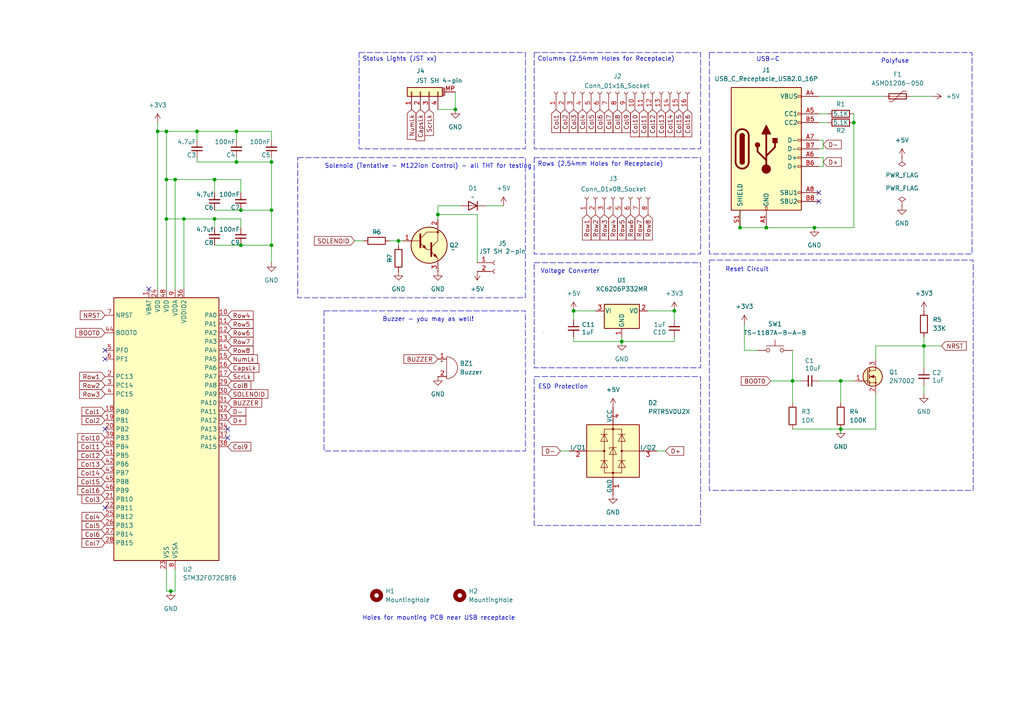
<source format=kicad_sch>
(kicad_sch (version 20231120) (generator "eeschema") (generator_version "8.0")
  (paper "A4")
  (lib_symbols
    (symbol "Connector:Conn_01x02_Socket" (pin_names (offset 1.016) hide)
      (property "Reference" "J" (at 0 2.54 0))
      (property "Value" "Conn_01x02_Socket" (at 0 -5.08 0))
      (symbol "Conn_01x02_Socket_1_1"
        (pin passive line (at -5.08 0 0) (length 3.81) (name "Pin_1") (number "1"))
        (pin passive line (at -5.08 -2.54 0) (length 3.81) (name "Pin_2") (number "2"))
      )
    )
    (symbol "Connector:Conn_01x08_Socket" (pin_names (offset 1.016) hide)
      (property "Reference" "J" (at 0 10.16 0))
      (property "Value" "Conn_01x08_Socket" (at 0 -12.7 0))
      (symbol "Conn_01x08_Socket_1_1"
        (pin passive line (at -5.08 7.62 0) (length 3.81) (name "Pin_1") (number "1"))
        (pin passive line (at -5.08 5.08 0) (length 3.81) (name "Pin_2") (number "2"))
        (pin passive line (at -5.08 2.54 0) (length 3.81) (name "Pin_3") (number "3"))
        (pin passive line (at -5.08 0 0) (length 3.81) (name "Pin_4") (number "4"))
        (pin passive line (at -5.08 -2.54 0) (length 3.81) (name "Pin_5") (number "5"))
        (pin passive line (at -5.08 -5.08 0) (length 3.81) (name "Pin_6") (number "6"))
        (pin passive line (at -5.08 -7.62 0) (length 3.81) (name "Pin_7") (number "7"))
        (pin passive line (at -5.08 -10.16 0) (length 3.81) (name "Pin_8") (number "8"))
      )
    )
    (symbol "Connector:Conn_01x16_Socket" (pin_names (offset 1.016) hide)
      (property "Reference" "J" (at 0 20.32 0))
      (property "Value" "Conn_01x16_Socket" (at 0 -22.86 0))
      (symbol "Conn_01x16_Socket_1_1"
        (pin passive line (at -5.08 17.78 0) (length 3.81) (name "Pin_1") (number "1"))
        (pin passive line (at -5.08 -5.08 0) (length 3.81) (name "Pin_10") (number "10"))
        (pin passive line (at -5.08 -7.62 0) (length 3.81) (name "Pin_11") (number "11"))
        (pin passive line (at -5.08 -10.16 0) (length 3.81) (name "Pin_12") (number "12"))
        (pin passive line (at -5.08 -12.7 0) (length 3.81) (name "Pin_13") (number "13"))
        (pin passive line (at -5.08 -15.24 0) (length 3.81) (name "Pin_14") (number "14"))
        (pin passive line (at -5.08 -17.78 0) (length 3.81) (name "Pin_15") (number "15"))
        (pin passive line (at -5.08 -20.32 0) (length 3.81) (name "Pin_16") (number "16"))
        (pin passive line (at -5.08 15.24 0) (length 3.81) (name "Pin_2") (number "2"))
        (pin passive line (at -5.08 12.7 0) (length 3.81) (name "Pin_3") (number "3"))
        (pin passive line (at -5.08 10.16 0) (length 3.81) (name "Pin_4") (number "4"))
        (pin passive line (at -5.08 7.62 0) (length 3.81) (name "Pin_5") (number "5"))
        (pin passive line (at -5.08 5.08 0) (length 3.81) (name "Pin_6") (number "6"))
        (pin passive line (at -5.08 2.54 0) (length 3.81) (name "Pin_7") (number "7"))
        (pin passive line (at -5.08 0 0) (length 3.81) (name "Pin_8") (number "8"))
        (pin passive line (at -5.08 -2.54 0) (length 3.81) (name "Pin_9") (number "9"))
      )
    )
    (symbol "Connector:USB_C_Receptacle_USB2.0_16P" (pin_names (offset 1.016))
      (property "Reference" "J" (at 0 22.225 0))
      (property "Value" "USB_C_Receptacle_USB2.0_16P" (at 0 19.685 0))
      (symbol "USB_C_Receptacle_USB2.0_16P_1_1"
        (pin passive line (at 0 -22.86 90) (length 5.08) (name "GND") (number "A1"))
        (pin passive line (at 0 -22.86 90) (length 5.08) hide (name "GND") (number "A12"))
        (pin passive line (at 15.24 15.24 180) (length 5.08) (name "VBUS") (number "A4"))
        (pin bidirectional line (at 15.24 10.16 180) (length 5.08) (name "CC1") (number "A5"))
        (pin bidirectional line (at 15.24 -2.54 180) (length 5.08) (name "D+") (number "A6"))
        (pin bidirectional line (at 15.24 2.54 180) (length 5.08) (name "D-") (number "A7"))
        (pin bidirectional line (at 15.24 -12.7 180) (length 5.08) (name "SBU1") (number "A8"))
        (pin passive line (at 15.24 15.24 180) (length 5.08) hide (name "VBUS") (number "A9"))
        (pin passive line (at 0 -22.86 90) (length 5.08) hide (name "GND") (number "B1"))
        (pin passive line (at 0 -22.86 90) (length 5.08) hide (name "GND") (number "B12"))
        (pin passive line (at 15.24 15.24 180) (length 5.08) hide (name "VBUS") (number "B4"))
        (pin bidirectional line (at 15.24 7.62 180) (length 5.08) (name "CC2") (number "B5"))
        (pin bidirectional line (at 15.24 -5.08 180) (length 5.08) (name "D+") (number "B6"))
        (pin bidirectional line (at 15.24 0 180) (length 5.08) (name "D-") (number "B7"))
        (pin bidirectional line (at 15.24 -15.24 180) (length 5.08) (name "SBU2") (number "B8"))
        (pin passive line (at 15.24 15.24 180) (length 5.08) hide (name "VBUS") (number "B9"))
        (pin passive line (at -7.62 -22.86 90) (length 5.08) (name "SHIELD") (number "S1"))
      )
    )
    (symbol "Connector_Generic_MountingPin:Conn_01x04_MountingPin" (pin_names (offset 1.016) hide)
      (property "Reference" "J" (at 0 5.08 0))
      (property "Value" "Conn_01x04_MountingPin" (at 1.27 -7.62 0))
      (symbol "Conn_01x04_MountingPin_1_1"
        (text "Mounting" (at 0 -6.731 0) (effects (font (size 0.381 0.381))))
        (pin passive line (at -5.08 2.54 0) (length 3.81) (name "Pin_1") (number "1"))
        (pin passive line (at -5.08 0 0) (length 3.81) (name "Pin_2") (number "2"))
        (pin passive line (at -5.08 -2.54 0) (length 3.81) (name "Pin_3") (number "3"))
        (pin passive line (at -5.08 -5.08 0) (length 3.81) (name "Pin_4") (number "4"))
        (pin passive line (at 0 -10.16 90) (length 3.048) (name "MountPin") (number "MP"))
      )
    )
    (symbol "Device:Buzzer" (pin_names (offset 0.0254) hide)
      (property "Reference" "BZ" (at 3.81 1.27 0))
      (property "Value" "Buzzer" (at 3.81 -1.27 0))
      (symbol "Buzzer_1_1"
        (pin passive line (at -2.54 2.54 0) (length 2.54) (name "+") (number "1"))
        (pin passive line (at -2.54 -2.54 0) (length 2.54) (name "-") (number "2"))
      )
    )
    (symbol "Device:C_Small" (pin_numbers hide) (pin_names (offset 0.254) hide)
      (property "Reference" "C" (at 0.254 1.778 0))
      (property "Value" "C_Small" (at 0.254 -2.032 0))
      (symbol "C_Small_1_1"
        (pin passive line (at 0 2.54 270) (length 2.032) (name "~") (number "1"))
        (pin passive line (at 0 -2.54 90) (length 2.032) (name "~") (number "2"))
      )
    )
    (symbol "Device:D" (pin_numbers hide) (pin_names (offset 1.016) hide)
      (property "Reference" "D" (at 0 2.54 0))
      (property "Value" "D" (at 0 -2.54 0))
      (symbol "D_1_1"
        (pin passive line (at -3.81 0 0) (length 2.54) (name "K") (number "1"))
        (pin passive line (at 3.81 0 180) (length 2.54) (name "A") (number "2"))
      )
    )
    (symbol "Device:Polyfuse" (pin_numbers hide) (pin_names (offset 0))
      (property "Reference" "F" (at -2.54 0 90))
      (property "Value" "Polyfuse" (at 2.54 0 90))
      (symbol "Polyfuse_1_1"
        (pin passive line (at 0 3.81 270) (length 1.27) (name "~") (number "1"))
        (pin passive line (at 0 -3.81 90) (length 1.27) (name "~") (number "2"))
      )
    )
    (symbol "Device:R" (pin_numbers hide) (pin_names (offset 0))
      (property "Reference" "R" (at 2.032 0 90))
      (property "Value" "R" (at 0 0 90))
      (symbol "R_1_1"
        (pin passive line (at 0 3.81 270) (length 1.27) (name "~") (number "1"))
        (pin passive line (at 0 -3.81 90) (length 1.27) (name "~") (number "2"))
      )
    )
    (symbol "MCU_ST_STM32F0:STM32F072CBTx"
      (property "Reference" "U" (at -15.24 39.37 0))
      (property "Value" "STM32F072CBTx" (at 7.62 39.37 0))
      (symbol "STM32F072CBTx_1_1"
        (pin power_in line (at -5.08 40.64 270) (length 2.54) (name "VBAT") (number "1"))
        (pin bidirectional line (at 17.78 33.02 180) (length 2.54) (name "PA0") (number "10"))
        (pin bidirectional line (at 17.78 30.48 180) (length 2.54) (name "PA1") (number "11"))
        (pin bidirectional line (at 17.78 27.94 180) (length 2.54) (name "PA2") (number "12"))
        (pin bidirectional line (at 17.78 25.4 180) (length 2.54) (name "PA3") (number "13"))
        (pin bidirectional line (at 17.78 22.86 180) (length 2.54) (name "PA4") (number "14"))
        (pin bidirectional line (at 17.78 20.32 180) (length 2.54) (name "PA5") (number "15"))
        (pin bidirectional line (at 17.78 17.78 180) (length 2.54) (name "PA6") (number "16"))
        (pin bidirectional line (at 17.78 15.24 180) (length 2.54) (name "PA7") (number "17"))
        (pin bidirectional line (at -17.78 5.08 0) (length 2.54) (name "PB0") (number "18"))
        (pin bidirectional line (at -17.78 2.54 0) (length 2.54) (name "PB1") (number "19"))
        (pin bidirectional line (at -17.78 15.24 0) (length 2.54) (name "PC13") (number "2"))
        (pin bidirectional line (at -17.78 0 0) (length 2.54) (name "PB2") (number "20"))
        (pin bidirectional line (at -17.78 -20.32 0) (length 2.54) (name "PB10") (number "21"))
        (pin bidirectional line (at -17.78 -22.86 0) (length 2.54) (name "PB11") (number "22"))
        (pin power_in line (at 0 -40.64 90) (length 2.54) (name "VSS") (number "23"))
        (pin power_in line (at -2.54 40.64 270) (length 2.54) (name "VDD") (number "24"))
        (pin bidirectional line (at -17.78 -25.4 0) (length 2.54) (name "PB12") (number "25"))
        (pin bidirectional line (at -17.78 -27.94 0) (length 2.54) (name "PB13") (number "26"))
        (pin bidirectional line (at -17.78 -30.48 0) (length 2.54) (name "PB14") (number "27"))
        (pin bidirectional line (at -17.78 -33.02 0) (length 2.54) (name "PB15") (number "28"))
        (pin bidirectional line (at 17.78 12.7 180) (length 2.54) (name "PA8") (number "29"))
        (pin bidirectional line (at -17.78 12.7 0) (length 2.54) (name "PC14") (number "3"))
        (pin bidirectional line (at 17.78 10.16 180) (length 2.54) (name "PA9") (number "30"))
        (pin bidirectional line (at 17.78 7.62 180) (length 2.54) (name "PA10") (number "31"))
        (pin bidirectional line (at 17.78 5.08 180) (length 2.54) (name "PA11") (number "32"))
        (pin bidirectional line (at 17.78 2.54 180) (length 2.54) (name "PA12") (number "33"))
        (pin bidirectional line (at 17.78 0 180) (length 2.54) (name "PA13") (number "34"))
        (pin passive line (at 0 -40.64 90) (length 2.54) hide (name "VSS") (number "35"))
        (pin power_in line (at 5.08 40.64 270) (length 2.54) (name "VDDIO2") (number "36"))
        (pin bidirectional line (at 17.78 -2.54 180) (length 2.54) (name "PA14") (number "37"))
        (pin bidirectional line (at 17.78 -5.08 180) (length 2.54) (name "PA15") (number "38"))
        (pin bidirectional line (at -17.78 -2.54 0) (length 2.54) (name "PB3") (number "39"))
        (pin bidirectional line (at -17.78 10.16 0) (length 2.54) (name "PC15") (number "4"))
        (pin bidirectional line (at -17.78 -5.08 0) (length 2.54) (name "PB4") (number "40"))
        (pin bidirectional line (at -17.78 -7.62 0) (length 2.54) (name "PB5") (number "41"))
        (pin bidirectional line (at -17.78 -10.16 0) (length 2.54) (name "PB6") (number "42"))
        (pin bidirectional line (at -17.78 -12.7 0) (length 2.54) (name "PB7") (number "43"))
        (pin input line (at -17.78 27.94 0) (length 2.54) (name "BOOT0") (number "44"))
        (pin bidirectional line (at -17.78 -15.24 0) (length 2.54) (name "PB8") (number "45"))
        (pin bidirectional line (at -17.78 -17.78 0) (length 2.54) (name "PB9") (number "46"))
        (pin passive line (at 0 -40.64 90) (length 2.54) hide (name "VSS") (number "47"))
        (pin power_in line (at 0 40.64 270) (length 2.54) (name "VDD") (number "48"))
        (pin bidirectional line (at -17.78 22.86 0) (length 2.54) (name "PF0") (number "5"))
        (pin bidirectional line (at -17.78 20.32 0) (length 2.54) (name "PF1") (number "6"))
        (pin input line (at -17.78 33.02 0) (length 2.54) (name "NRST") (number "7"))
        (pin power_in line (at 2.54 -40.64 90) (length 2.54) (name "VSSA") (number "8"))
        (pin power_in line (at 2.54 40.64 270) (length 2.54) (name "VDDA") (number "9"))
      )
    )
    (symbol "Mechanical:MountingHole" (pin_names (offset 1.016)) (exclude_from_sim yes) (in_bom no)
      (property "Reference" "H" (at 0 5.08 0))
      (property "Value" "MountingHole" (at 0 3.175 0))
    )
    (symbol "PCM_Transistor_BJT_Darlington_AKL:TIP120" (pin_names hide)
      (property "Reference" "Q" (at 6.35 1.27 0))
      (property "Value" "TIP120" (at 6.35 -1.27 0))
      (symbol "TIP120_1_1"
        (pin input line (at -7.62 1.27 0) (length 2.54) (name "B") (number "1"))
        (pin passive line (at 2.54 7.62 270) (length 2.54) (name "C") (number "2"))
        (pin passive line (at 2.54 -7.62 90) (length 2.54) (name "E") (number "3"))
      )
    )
    (symbol "PCM_Transistor_MOSFET_AKL:2N7002" (pin_names hide)
      (property "Reference" "Q" (at 5.08 1.27 0))
      (property "Value" "2N7002" (at 5.08 -1.27 0))
      (symbol "2N7002_1_1"
        (pin input line (at -3.81 -1.27 0) (length 2.54) (name "G") (number "1"))
        (pin passive line (at 2.54 -5.08 90) (length 2.54) (name "S") (number "2"))
        (pin passive line (at 2.54 5.08 270) (length 2.54) (name "D") (number "3"))
      )
    )
    (symbol "Power_Protection:PRTR5V0U2X" (pin_names (offset 0))
      (property "Reference" "D" (at 2.794 8.636 0))
      (property "Value" "PRTR5V0U2X" (at 8.128 -9.398 0))
      (symbol "PRTR5V0U2X_1_1"
        (pin passive line (at 0 -12.7 90) (length 5.08) (name "GND") (number "1"))
        (pin passive line (at -12.7 0 0) (length 5.08) (name "I/O1") (number "2"))
        (pin passive line (at 12.7 0 180) (length 5.08) (name "I/O2") (number "3"))
        (pin passive line (at 0 12.7 270) (length 5.08) (name "VCC") (number "4"))
      )
    )
    (symbol "Regulator_Linear:XC6206PxxxMR" (pin_names (offset 0.254))
      (property "Reference" "U" (at -3.81 3.175 0))
      (property "Value" "XC6206PxxxMR" (at 0 3.175 0))
      (symbol "XC6206PxxxMR_1_1"
        (pin power_in line (at 0 -7.62 90) (length 2.54) (name "GND") (number "1"))
        (pin power_out line (at 7.62 0 180) (length 2.54) (name "VO") (number "2"))
        (pin power_in line (at -7.62 0 0) (length 2.54) (name "VI") (number "3"))
      )
    )
    (symbol "ScottoKeebs:Placeholder_Resistor" (pin_numbers hide) (pin_names (offset 0))
      (property "Reference" "R" (at 0 2.032 0))
      (property "Value" "Resistor" (at 0 -2.54 0))
      (symbol "Placeholder_Resistor_1_1"
        (pin passive line (at -3.81 0 0) (length 1.27) (name "~") (number "1"))
        (pin passive line (at 3.81 0 180) (length 1.27) (name "~") (number "2"))
      )
    )
    (symbol "Switch:SW_Push" (pin_numbers hide) (pin_names (offset 1.016) hide)
      (property "Reference" "SW" (at 1.27 2.54 0))
      (property "Value" "SW_Push" (at 0 -1.524 0))
      (symbol "SW_Push_0_1"
        (pin passive line (at -5.08 0 0) (length 2.54) (name "1") (number "1"))
        (pin passive line (at 5.08 0 180) (length 2.54) (name "2") (number "2"))
      )
    )
    (symbol "power:+3V3" (power) (pin_numbers hide) (pin_names (offset 0) hide)
      (property "Value" "+3V3" (at 0 3.556 0))
      (symbol "+3V3_1_1"
        (pin power_in line (at 0 0 90) (length 0) (name "~") (number "1"))
      )
    )
    (symbol "power:+5V" (power) (pin_numbers hide) (pin_names (offset 0) hide)
      (property "Value" "+5V" (at 0 3.556 0))
      (symbol "+5V_1_1"
        (pin power_in line (at 0 0 90) (length 0) (name "~") (number "1"))
      )
    )
    (symbol "power:GND" (power) (pin_numbers hide) (pin_names (offset 0) hide)
      (property "Value" "GND" (at 0 -3.81 0))
      (symbol "GND_1_1"
        (pin power_in line (at 0 0 270) (length 0) (name "~") (number "1"))
      )
    )
    (symbol "power:PWR_FLAG" (power) (pin_numbers hide) (pin_names (offset 0) hide)
      (property "Value" "PWR_FLAG" (at 0 3.81 0))
      (symbol "PWR_FLAG_0_0"
        (pin power_out line (at 0 0 90) (length 0) (name "~") (number "1"))
      )
    )
  )
  (junction (at 229.87 110.49))
  (junction (at 127 62.23))
  (junction (at 69.85 60.96))
  (junction (at 48.26 63.5))
  (junction (at 78.74 60.96))
  (junction (at 49.53 171.45))
  (junction (at 236.22 66.04))
  (junction (at 62.23 52.07))
  (junction (at 68.58 46.99))
  (junction (at 48.26 38.1))
  (junction (at 69.85 71.12))
  (junction (at 45.72 38.1))
  (junction (at 222.25 66.04))
  (junction (at 180.34 99.06))
  (junction (at 78.74 71.12))
  (junction (at 243.84 124.46))
  (junction (at 195.58 90.17))
  (junction (at 247.65 35.56))
  (junction (at 78.74 46.99))
  (junction (at 53.34 63.5))
  (junction (at 267.97 100.33))
  (junction (at 68.58 38.1))
  (junction (at 115.57 69.85))
  (junction (at 166.37 90.17))
  (junction (at 50.8 52.07))
  (junction (at 214.63 66.04))
  (junction (at 243.84 110.49))
  (junction (at 62.23 63.5))
  (junction (at 48.26 52.07))
  (junction (at 132.08 31.75))
  (junction (at 57.15 38.1))
  (no_connect (at 30.48 104.14))
  (no_connect (at 30.48 147.32))
  (no_connect (at 30.48 101.6))
  (no_connect (at 43.18 83.82))
  (no_connect (at 237.49 55.88))
  (no_connect (at 66.04 127))
  (no_connect (at 66.04 124.46))
  (no_connect (at 30.48 124.46))
  (no_connect (at 237.49 58.42))
  (wire (pts (xy 62.23 55.88) (xy 62.23 52.07)))
  (wire (pts (xy 102.87 69.85) (xy 105.41 69.85)))
  (wire (pts (xy 69.85 55.88) (xy 69.85 52.07)))
  (wire (pts (xy 48.26 165.1) (xy 48.26 171.45)))
  (wire (pts (xy 53.34 63.5) (xy 53.34 83.82)))
  (wire (pts (xy 190.5 130.81) (xy 193.04 130.81)))
  (wire (pts (xy 254 100.33) (xy 267.97 100.33)))
  (wire (pts (xy 57.15 45.72) (xy 57.15 46.99)))
  (wire (pts (xy 62.23 71.12) (xy 69.85 71.12)))
  (wire (pts (xy 50.8 165.1) (xy 50.8 171.45)))
  (wire (pts (xy 237.49 35.56) (xy 240.03 35.56)))
  (wire (pts (xy 53.34 63.5) (xy 62.23 63.5)))
  (wire (pts (xy 45.72 35.56) (xy 45.72 38.1)))
  (wire (pts (xy 62.23 52.07) (xy 69.85 52.07)))
  (wire (pts (xy 229.87 124.46) (xy 243.84 124.46)))
  (wire (pts (xy 57.15 46.99) (xy 68.58 46.99)))
  (wire (pts (xy 127 62.23) (xy 138.43 62.23)))
  (wire (pts (xy 180.34 97.79) (xy 180.34 99.06)))
  (wire (pts (xy 215.9 101.6) (xy 219.71 101.6)))
  (wire (pts (xy 267.97 100.33) (xy 267.97 106.68)))
  (wire (pts (xy 62.23 60.96) (xy 69.85 60.96)))
  (wire (pts (xy 247.65 35.56) (xy 247.65 66.04)))
  (wire (pts (xy 78.74 38.1) (xy 78.74 40.64)))
  (wire (pts (xy 115.57 69.85) (xy 116.84 69.85)))
  (wire (pts (xy 166.37 90.17) (xy 166.37 92.71)))
  (wire (pts (xy 50.8 52.07) (xy 50.8 83.82)))
  (wire (pts (xy 237.49 48.26) (xy 238.76 48.26)))
  (wire (pts (xy 243.84 125.73) (xy 243.84 124.46)))
  (wire (pts (xy 237.49 40.64) (xy 238.76 40.64)))
  (wire (pts (xy 195.58 90.17) (xy 195.58 92.71)))
  (wire (pts (xy 68.58 46.99) (xy 78.74 46.99)))
  (wire (pts (xy 238.76 43.18) (xy 237.49 43.18)))
  (wire (pts (xy 229.87 110.49) (xy 229.87 116.84)))
  (wire (pts (xy 48.26 52.07) (xy 50.8 52.07)))
  (wire (pts (xy 223.52 110.49) (xy 229.87 110.49)))
  (wire (pts (xy 243.84 110.49) (xy 243.84 116.84)))
  (wire (pts (xy 48.26 63.5) (xy 48.26 83.82)))
  (wire (pts (xy 166.37 97.79) (xy 166.37 99.06)))
  (wire (pts (xy 68.58 38.1) (xy 78.74 38.1)))
  (wire (pts (xy 238.76 45.72) (xy 238.76 48.26)))
  (wire (pts (xy 237.49 45.72) (xy 238.76 45.72)))
  (wire (pts (xy 127 59.69) (xy 133.35 59.69)))
  (wire (pts (xy 180.34 99.06) (xy 180.34 100.33)))
  (wire (pts (xy 237.49 33.02) (xy 240.03 33.02)))
  (wire (pts (xy 68.58 38.1) (xy 68.58 40.64)))
  (wire (pts (xy 187.96 90.17) (xy 195.58 90.17)))
  (wire (pts (xy 247.65 33.02) (xy 247.65 35.56)))
  (wire (pts (xy 267.97 97.79) (xy 267.97 100.33)))
  (wire (pts (xy 166.37 99.06) (xy 180.34 99.06)))
  (wire (pts (xy 78.74 60.96) (xy 78.74 71.12)))
  (wire (pts (xy 78.74 76.2) (xy 78.74 71.12)))
  (wire (pts (xy 222.25 60.96) (xy 222.25 66.04)))
  (wire (pts (xy 57.15 38.1) (xy 68.58 38.1)))
  (wire (pts (xy 50.8 52.07) (xy 62.23 52.07)))
  (wire (pts (xy 48.26 52.07) (xy 48.26 63.5)))
  (wire (pts (xy 62.23 63.5) (xy 69.85 63.5)))
  (wire (pts (xy 53.34 63.5) (xy 48.26 63.5)))
  (wire (pts (xy 264.16 27.94) (xy 270.51 27.94)))
  (wire (pts (xy 45.72 38.1) (xy 45.72 83.82)))
  (wire (pts (xy 138.43 62.23) (xy 138.43 76.2)))
  (wire (pts (xy 236.22 66.04) (xy 222.25 66.04)))
  (wire (pts (xy 237.49 27.94) (xy 256.54 27.94)))
  (wire (pts (xy 243.84 110.49) (xy 247.65 110.49)))
  (wire (pts (xy 267.97 100.33) (xy 273.05 100.33)))
  (wire (pts (xy 132.08 31.75) (xy 127 31.75)))
  (wire (pts (xy 132.08 31.75) (xy 132.08 26.67)))
  (wire (pts (xy 48.26 38.1) (xy 48.26 52.07)))
  (wire (pts (xy 229.87 101.6) (xy 229.87 110.49)))
  (wire (pts (xy 69.85 63.5) (xy 69.85 66.04)))
  (wire (pts (xy 78.74 60.96) (xy 78.74 46.99)))
  (wire (pts (xy 115.57 71.12) (xy 115.57 69.85)))
  (wire (pts (xy 229.87 110.49) (xy 232.41 110.49)))
  (wire (pts (xy 78.74 45.72) (xy 78.74 46.99)))
  (wire (pts (xy 62.23 63.5) (xy 62.23 66.04)))
  (wire (pts (xy 127 62.23) (xy 127 59.69)))
  (wire (pts (xy 243.84 124.46) (xy 254 124.46)))
  (wire (pts (xy 195.58 99.06) (xy 195.58 97.79)))
  (wire (pts (xy 254 104.14) (xy 254 100.33)))
  (wire (pts (xy 238.76 40.64) (xy 238.76 43.18)))
  (wire (pts (xy 254 124.46) (xy 254 114.3)))
  (wire (pts (xy 166.37 90.17) (xy 172.72 90.17)))
  (wire (pts (xy 267.97 111.76) (xy 267.97 114.3)))
  (wire (pts (xy 214.63 66.04) (xy 222.25 66.04)))
  (wire (pts (xy 237.49 110.49) (xy 243.84 110.49)))
  (wire (pts (xy 236.22 66.04) (xy 247.65 66.04)))
  (wire (pts (xy 49.53 171.45) (xy 50.8 171.45)))
  (wire (pts (xy 68.58 45.72) (xy 68.58 46.99)))
  (wire (pts (xy 140.97 59.69) (xy 146.05 59.69)))
  (wire (pts (xy 69.85 71.12) (xy 78.74 71.12)))
  (wire (pts (xy 69.85 60.96) (xy 78.74 60.96)))
  (wire (pts (xy 127 63.5) (xy 127 62.23)))
  (wire (pts (xy 113.03 69.85) (xy 115.57 69.85)))
  (wire (pts (xy 162.56 130.81) (xy 165.1 130.81)))
  (wire (pts (xy 214.63 60.96) (xy 214.63 66.04)))
  (wire (pts (xy 215.9 93.98) (xy 215.9 101.6)))
  (wire (pts (xy 45.72 38.1) (xy 48.26 38.1)))
  (wire (pts (xy 48.26 171.45) (xy 49.53 171.45)))
  (wire (pts (xy 57.15 38.1) (xy 57.15 40.64)))
  (wire (pts (xy 180.34 99.06) (xy 195.58 99.06)))
  (wire (pts (xy 48.26 38.1) (xy 57.15 38.1)))
  (rectangle (start 154.94 109.22) (end 203.2 152.4) (stroke (width 0) (type dash)))
  (rectangle (start 157.48 96.52) (end 157.48 96.52) (stroke (width 0) (type dot)))
  (rectangle (start 86.36 45.72) (end 152.4 86.36) (stroke (width 0) (type dash)))
  (rectangle (start 205.74 15.24) (end 281.94 73.66) (stroke (width 0) (type dash)))
  (rectangle (start 205.74 75.438) (end 282.2664 142.24) (stroke (width 0) (type dash)))
  (rectangle (start 154.94 76.2) (end 203.2 106.68) (stroke (width 0) (type dash)))
  (rectangle (start 93.98 90.17) (end 152.4 130.81) (stroke (width 0) (type dash)))
  (text_box "Columns (2.54mm Holes for Receptacle)\n" (at 154.94 15.24 0) (size 48.26 27.94) (stroke (width 0) (type dash)) (effects (font (size 1.27 1.27)) (justify left top)))
  (text_box "Status Lights (JST xx)" (at 104.14 15.24 0) (size 48.26 27.94) (stroke (width 0) (type dash)) (effects (font (size 1.27 1.27)) (justify left top)))
  (text_box "Rows (2.54mm Holes for Receptacle)" (at 154.94 45.72 0) (size 48.26 27.94) (stroke (width 0) (type dash)) (effects (font (size 1.27 1.27)) (justify left top)))
  (text "Holes for mounting PCB near USB receptacle" (at 127.254 179.324 0) (effects (font (size 1.27 1.27))))
  (text "Polyfuse\n" (at 259.588 17.78 0) (effects (font (size 1.27 1.27))))
  (text "Voltage Converter\n\n" (at 165.354 79.756 0) (effects (font (size 1.27 1.27))))
  (text "ESD Protection\n" (at 163.322 112.268 0) (effects (font (size 1.27 1.27))))
  (text "Reset Circuit" (at 216.662 78.232 0) (effects (font (size 1.27 1.27))))
  (text "Solenoid (Tentative - M122ion Control) - all THT for testing" (at 124.206 48.26 0) (effects (font (size 1.27 1.27))))
  (text "USB-C" (at 222.758 17.272 0) (effects (font (size 1.27 1.27))))
  (text "Buzzer - you may as well!" (at 124.206 92.71 0) (effects (font (size 1.27 1.27))))
  (global_label "Col2" (shape input) (at 163.83 31.75 270) (property "Intersheetrefs" "${INTERSHEET_REFS}" (effects (hide yes))))
  (global_label "NumLk" (shape input) (at 66.04 104.14 0) (property "Intersheetrefs" "${INTERSHEET_REFS}" (effects (hide yes))))
  (global_label "CapsLk" (shape input) (at 66.04 106.68 0) (property "Intersheetrefs" "${INTERSHEET_REFS}" (effects (hide yes))))
  (global_label "NRST" (shape input) (at 273.05 100.33 0) (property "Intersheetrefs" "${INTERSHEET_REFS}" (effects (hide yes))))
  (global_label "Col2" (shape input) (at 30.48 121.92 180) (property "Intersheetrefs" "${INTERSHEET_REFS}" (effects (hide yes))))
  (global_label "Col3" (shape input) (at 30.48 144.78 180) (property "Intersheetrefs" "${INTERSHEET_REFS}" (effects (hide yes))))
  (global_label "Col8" (shape input) (at 66.04 111.76 0) (property "Intersheetrefs" "${INTERSHEET_REFS}" (effects (hide yes))))
  (global_label "Col5" (shape input) (at 171.45 31.75 270) (property "Intersheetrefs" "${INTERSHEET_REFS}" (effects (hide yes))))
  (global_label "BUZZER" (shape input) (at 66.04 116.84 0) (property "Intersheetrefs" "${INTERSHEET_REFS}" (effects (hide yes))))
  (global_label "Row8" (shape input) (at 187.96 62.23 270) (property "Intersheetrefs" "${INTERSHEET_REFS}" (effects (hide yes))))
  (global_label "Row6" (shape input) (at 66.04 96.52 0) (property "Intersheetrefs" "${INTERSHEET_REFS}" (effects (hide yes))))
  (global_label "Row7" (shape input) (at 185.42 62.23 270) (property "Intersheetrefs" "${INTERSHEET_REFS}" (effects (hide yes))))
  (global_label "D+" (shape input) (at 66.04 121.92 0) (property "Intersheetrefs" "${INTERSHEET_REFS}" (effects (hide yes))))
  (global_label "Col5" (shape input) (at 30.48 152.4 180) (property "Intersheetrefs" "${INTERSHEET_REFS}" (effects (hide yes))))
  (global_label "Col3" (shape input) (at 166.37 31.75 270) (property "Intersheetrefs" "${INTERSHEET_REFS}" (effects (hide yes))))
  (global_label "Col12" (shape input) (at 30.48 132.08 180) (property "Intersheetrefs" "${INTERSHEET_REFS}" (effects (hide yes))))
  (global_label "CapsLk" (shape input) (at 121.92 31.75 270) (property "Intersheetrefs" "${INTERSHEET_REFS}" (effects (hide yes))))
  (global_label "Col10" (shape input) (at 184.15 31.75 270) (property "Intersheetrefs" "${INTERSHEET_REFS}" (effects (hide yes))))
  (global_label "SOLENOID" (shape input) (at 102.87 69.85 180) (property "Intersheetrefs" "${INTERSHEET_REFS}" (effects (hide yes))))
  (global_label "BOOT0" (shape input) (at 30.48 96.52 180) (property "Intersheetrefs" "${INTERSHEET_REFS}" (effects (hide yes))))
  (global_label "Row2" (shape input) (at 172.72 62.23 270) (property "Intersheetrefs" "${INTERSHEET_REFS}" (effects (hide yes))))
  (global_label "Row5" (shape input) (at 66.04 93.98 0) (property "Intersheetrefs" "${INTERSHEET_REFS}" (effects (hide yes))))
  (global_label "Col11" (shape input) (at 186.69 31.75 270) (property "Intersheetrefs" "${INTERSHEET_REFS}" (effects (hide yes))))
  (global_label "Col1" (shape input) (at 161.29 31.75 270) (property "Intersheetrefs" "${INTERSHEET_REFS}" (effects (hide yes))))
  (global_label "Row3" (shape input) (at 30.48 114.3 180) (property "Intersheetrefs" "${INTERSHEET_REFS}" (effects (hide yes))))
  (global_label "Row2" (shape input) (at 30.48 111.76 180) (property "Intersheetrefs" "${INTERSHEET_REFS}" (effects (hide yes))))
  (global_label "ScrLk" (shape input) (at 124.46 31.75 270) (property "Intersheetrefs" "${INTERSHEET_REFS}" (effects (hide yes))))
  (global_label "D+" (shape input) (at 193.04 130.81 0) (property "Intersheetrefs" "${INTERSHEET_REFS}" (effects (hide yes))))
  (global_label "Col9" (shape input) (at 181.61 31.75 270) (property "Intersheetrefs" "${INTERSHEET_REFS}" (effects (hide yes))))
  (global_label "Col10" (shape input) (at 30.48 127 180) (property "Intersheetrefs" "${INTERSHEET_REFS}" (effects (hide yes))))
  (global_label "Col15" (shape input) (at 196.85 31.75 270) (property "Intersheetrefs" "${INTERSHEET_REFS}" (effects (hide yes))))
  (global_label "Col13" (shape input) (at 30.48 134.62 180) (property "Intersheetrefs" "${INTERSHEET_REFS}" (effects (hide yes))))
  (global_label "Col7" (shape input) (at 30.48 157.48 180) (property "Intersheetrefs" "${INTERSHEET_REFS}" (effects (hide yes))))
  (global_label "Col12" (shape input) (at 189.23 31.75 270) (property "Intersheetrefs" "${INTERSHEET_REFS}" (effects (hide yes))))
  (global_label "BOOT0" (shape input) (at 223.52 110.49 180) (property "Intersheetrefs" "${INTERSHEET_REFS}" (effects (hide yes))))
  (global_label "D-" (shape input) (at 162.56 130.81 180) (property "Intersheetrefs" "${INTERSHEET_REFS}" (effects (hide yes))))
  (global_label "D-" (shape input) (at 238.76 41.91 0) (property "Intersheetrefs" "${INTERSHEET_REFS}" (effects (hide yes))))
  (global_label "Col7" (shape input) (at 176.53 31.75 270) (property "Intersheetrefs" "${INTERSHEET_REFS}" (effects (hide yes))))
  (global_label "Col9" (shape input) (at 66.04 129.54 0) (property "Intersheetrefs" "${INTERSHEET_REFS}" (effects (hide yes))))
  (global_label "Col6" (shape input) (at 173.99 31.75 270) (property "Intersheetrefs" "${INTERSHEET_REFS}" (effects (hide yes))))
  (global_label "Col14" (shape input) (at 194.31 31.75 270) (property "Intersheetrefs" "${INTERSHEET_REFS}" (effects (hide yes))))
  (global_label "Col16" (shape input) (at 30.48 142.24 180) (property "Intersheetrefs" "${INTERSHEET_REFS}" (effects (hide yes))))
  (global_label "Col16" (shape input) (at 199.39 31.75 270) (property "Intersheetrefs" "${INTERSHEET_REFS}" (effects (hide yes))))
  (global_label "Row5" (shape input) (at 180.34 62.23 270) (property "Intersheetrefs" "${INTERSHEET_REFS}" (effects (hide yes))))
  (global_label "Row6" (shape input) (at 182.88 62.23 270) (property "Intersheetrefs" "${INTERSHEET_REFS}" (effects (hide yes))))
  (global_label "Col11" (shape input) (at 30.48 129.54 180) (property "Intersheetrefs" "${INTERSHEET_REFS}" (effects (hide yes))))
  (global_label "Row4" (shape input) (at 177.8 62.23 270) (property "Intersheetrefs" "${INTERSHEET_REFS}" (effects (hide yes))))
  (global_label "D-" (shape input) (at 66.04 119.38 0) (property "Intersheetrefs" "${INTERSHEET_REFS}" (effects (hide yes))))
  (global_label "Col14" (shape input) (at 30.48 137.16 180) (property "Intersheetrefs" "${INTERSHEET_REFS}" (effects (hide yes))))
  (global_label "Col4" (shape input) (at 168.91 31.75 270) (property "Intersheetrefs" "${INTERSHEET_REFS}" (effects (hide yes))))
  (global_label "Row7" (shape input) (at 66.04 99.06 0) (property "Intersheetrefs" "${INTERSHEET_REFS}" (effects (hide yes))))
  (global_label "Col8" (shape input) (at 179.07 31.75 270) (property "Intersheetrefs" "${INTERSHEET_REFS}" (effects (hide yes))))
  (global_label "Col6" (shape input) (at 30.48 154.94 180) (property "Intersheetrefs" "${INTERSHEET_REFS}" (effects (hide yes))))
  (global_label "Col1" (shape input) (at 30.48 119.38 180) (property "Intersheetrefs" "${INTERSHEET_REFS}" (effects (hide yes))))
  (global_label "NumLk" (shape input) (at 119.38 31.75 270) (property "Intersheetrefs" "${INTERSHEET_REFS}" (effects (hide yes))))
  (global_label "Col4" (shape input) (at 30.48 149.86 180) (property "Intersheetrefs" "${INTERSHEET_REFS}" (effects (hide yes))))
  (global_label "ScrLk" (shape input) (at 66.04 109.22 0) (property "Intersheetrefs" "${INTERSHEET_REFS}" (effects (hide yes))))
  (global_label "SOLENOID" (shape input) (at 66.04 114.3 0) (property "Intersheetrefs" "${INTERSHEET_REFS}" (effects (hide yes))))
  (global_label "BUZZER" (shape input) (at 127 104.14 180) (property "Intersheetrefs" "${INTERSHEET_REFS}" (effects (hide yes))))
  (global_label "Row1" (shape input) (at 170.18 62.23 270) (property "Intersheetrefs" "${INTERSHEET_REFS}" (effects (hide yes))))
  (global_label "D+" (shape input) (at 238.76 46.99 0) (property "Intersheetrefs" "${INTERSHEET_REFS}" (effects (hide yes))))
  (global_label "Row4" (shape input) (at 66.04 91.44 0) (property "Intersheetrefs" "${INTERSHEET_REFS}" (effects (hide yes))))
  (global_label "NRST" (shape input) (at 30.48 91.44 180) (property "Intersheetrefs" "${INTERSHEET_REFS}" (effects (hide yes))))
  (global_label "Row3" (shape input) (at 175.26 62.23 270) (property "Intersheetrefs" "${INTERSHEET_REFS}" (effects (hide yes))))
  (global_label "Col13" (shape input) (at 191.77 31.75 270) (property "Intersheetrefs" "${INTERSHEET_REFS}" (effects (hide yes))))
  (global_label "Col15" (shape input) (at 30.48 139.7 180) (property "Intersheetrefs" "${INTERSHEET_REFS}" (effects (hide yes))))
  (global_label "Row1" (shape input) (at 30.48 109.22 180) (property "Intersheetrefs" "${INTERSHEET_REFS}" (effects (hide yes))))
  (global_label "Row8" (shape input) (at 66.04 101.6 0) (property "Intersheetrefs" "${INTERSHEET_REFS}" (effects (hide yes))))
  (symbol (lib_id "Device:C_Small") (at 62.23 58.42 180) (unit 1)
    (property "Reference" "C6" (at 61.976 60.198 0) (effects (justify left)))
    (property "Value" "4.7uf" (at 61.976 56.388 0) (effects (justify left)))
    (property "Footprint" "Capacitor_SMD:C_0402_1005Metric" (effects (hide yes)))
  )
  (symbol (lib_id "power:+3V3") (at 45.72 35.56 0) (unit 1)
    (property "Reference" "#PWR015" (effects (hide yes)))
    (property "Value" "+3V3" (at 45.72 30.48 0))
    (property "Description" "Power symbol creates a global label with name \"+3V3\"" (effects (hide yes)))
  )
  (symbol (lib_id "power:GND") (at 180.34 99.06 0) (unit 1)
    (property "Reference" "#PWR05" (effects (hide yes)))
    (property "Value" "GND" (at 180.34 104.14 0))
    (property "Description" "Power symbol creates a global label with name \"GND\" , ground" (effects (hide yes)))
  )
  (symbol (lib_id "power:GND") (at 49.53 171.45 0) (unit 1)
    (property "Reference" "#PWR07" (effects (hide yes)))
    (property "Value" "GND" (at 49.53 176.53 0))
    (property "Description" "Power symbol creates a global label with name \"GND\" , ground" (effects (hide yes)))
  )
  (symbol (lib_id "Connector_Generic_MountingPin:Conn_01x04_MountingPin") (at 121.92 26.67 90) (unit 1)
    (property "Reference" "J4" (at 123.19 20.574 90) (effects (justify left)))
    (property "Value" "JST SH 4-pin" (at 134.112 23.368 90) (effects (justify left)))
    (property "Footprint" "Connector_JST:JST_SH_BM04B-SRSS-TB_1x04-1MP_P1.00mm_Vertical" (effects (hide yes)))
    (property "Description" "Generic connectable mounting pin connector, single row, 01x04, script generated (kicad-library-utils/schlib/autogen/connector/)" (effects (hide yes)))
  )
  (symbol (lib_id "power:PWR_FLAG") (at 261.62 45.72 180) (unit 1)
    (property "Reference" "#FLG01" (effects (hide yes)))
    (property "Value" "PWR_FLAG" (at 261.62 50.8 0))
    (property "Description" "Special symbol for telling ERC where power comes from" (effects (hide yes)))
  )
  (symbol (lib_id "Connector:USB_C_Receptacle_USB2.0_16P") (at 222.25 43.18 0) (unit 1)
    (property "Reference" "J1" (at 222.25 20.32 0))
    (property "Value" "USB_C_Receptacle_USB2.0_16P" (at 222.25 22.86 0))
    (property "Footprint" "PCM_marbastlib-various:USB_C_Receptacle_HRO_TYPE-C-31-M-12" (effects (hide yes)))
    (property "Datasheet" "https://www.usb.org/sites/default/files/documents/usb_type-c.zip" (effects (hide yes)))
    (property "Description" "USB 2.0-only 16P Type-C Receptacle connector" (effects (hide yes)))
  )
  (symbol (lib_id "Connector:Conn_01x08_Socket") (at 177.8 57.15 90) (unit 1)
    (property "Reference" "J3" (at 179.07 51.816 90) (effects (justify left)))
    (property "Value" "Conn_01x08_Socket" (at 187.452 54.864 90) (effects (justify left)))
    (property "Footprint" "Connector_PinHeader_2.54mm:PinHeader_1x08_P2.54mm_Vertical" (effects (hide yes)))
    (property "Description" "Generic connector, single row, 01x08, script generated" (effects (hide yes)))
  )
  (symbol (lib_id "power:GND") (at 78.74 76.2 0) (unit 1)
    (property "Reference" "#PWR08" (effects (hide yes)))
    (property "Value" "GND" (at 78.74 81.28 0))
    (property "Description" "Power symbol creates a global label with name \"GND\" , ground" (effects (hide yes)))
  )
  (symbol (lib_id "power:GND") (at 243.84 124.46 0) (unit 1)
    (property "Reference" "#PWR03" (effects (hide yes)))
    (property "Value" "GND" (at 243.84 129.54 0))
    (property "Description" "Power symbol creates a global label with name \"GND\" , ground" (effects (hide yes)))
  )
  (symbol (lib_id "Connector:Conn_01x02_Socket") (at 143.51 76.2 0) (unit 1)
    (property "Reference" "J5" (at 144.526 70.612 0) (effects (justify left)))
    (property "Value" "JST SH 2-pin" (at 138.938 72.898 0) (effects (justify left)))
    (property "Footprint" "Connector_JST:JST_SH_BM02B-SRSS-TB_1x02-1MP_P1.00mm_Vertical" (effects (hide yes)))
    (property "Description" "Generic connector, single row, 01x02, script generated" (effects (hide yes)))
  )
  (symbol (lib_id "MCU_ST_STM32F0:STM32F072CBTx") (at 48.26 124.46 0) (unit 1)
    (property "Reference" "U2" (at 52.9941 165.1 0) (effects (justify left)))
    (property "Value" "STM32F072CBT6" (at 52.9941 167.64 0) (effects (justify left)))
    (property "Footprint" "Package_QFP:LQFP-48_7x7mm_P0.5mm" (effects (hide yes)))
    (property "Datasheet" "https://www.st.com/resource/en/datasheet/stm32f072cb.pdf" (effects (hide yes)))
    (property "Description" "STMicroelectronics Arm Cortex-M0 MCU, 128KB flash, 16KB RAM, 48 MHz, 2.0-3.6V, 37 GPIO, LQFP48" (effects (hide yes)))
  )
  (symbol (lib_id "Regulator_Linear:XC6206PxxxMR") (at 180.34 90.17 0) (unit 1)
    (property "Reference" "U1" (at 180.34 81.28 0))
    (property "Value" "XC6206P332MR" (at 180.34 83.82 0))
    (property "Footprint" "Package_TO_SOT_SMD:SOT-23" (effects (hide yes)))
    (property "Datasheet" "https://www.torexsemi.com/file/xc6206/XC6206.pdf" (effects (hide yes)))
    (property "MPN" "XC6206P332MR-G" (effects (hide yes)))
  )
  (symbol (lib_id "power:GND") (at 127 78.74 0) (unit 1)
    (property "Reference" "#PWR018" (effects (hide yes)))
    (property "Value" "GND" (at 127 83.82 0))
    (property "Description" "Power symbol creates a global label with name \"GND\" , ground" (effects (hide yes)))
  )
  (symbol (lib_id "power:GND") (at 132.08 31.75 0) (unit 1)
    (property "Reference" "#PWR06" (effects (hide yes)))
    (property "Value" "GND" (at 132.08 36.83 0))
    (property "Description" "Power symbol creates a global label with name \"GND\" , ground" (effects (hide yes)))
  )
  (symbol (lib_id "power:+5V") (at 261.62 45.72 0) (unit 1)
    (property "Reference" "#PWR016" (effects (hide yes)))
    (property "Value" "+5V" (at 261.62 40.64 0))
    (property "Description" "Power symbol creates a global label with name \"+5V\"" (effects (hide yes)))
  )
  (symbol (lib_id "Device:C_Small") (at 267.97 109.22 0) (unit 1)
    (property "Reference" "C2" (at 270.3068 108.1278 0) (effects (justify left)))
    (property "Value" "1uF" (at 270.3068 110.3122 0) (effects (justify left)))
    (property "Footprint" "Capacitor_SMD:C_0402_1005Metric" (effects (hide yes)))
    (property "LCSC" "C52923" (effects (hide yes)))
    (property "MPN" "CL05A105KA5NQNC" (effects (hide yes)))
  )
  (symbol (lib_id "power:+5V") (at 166.37 90.17 0) (unit 1)
    (property "Reference" "#PWR011" (effects (hide yes)))
    (property "Value" "+5V" (at 166.37 85.09 0))
    (property "Description" "Power symbol creates a global label with name \"+5V\"" (effects (hide yes)))
  )
  (symbol (lib_id "power:+5V") (at 177.8 118.11 0) (unit 1)
    (property "Reference" "#PWR010" (effects (hide yes)))
    (property "Value" "+5V" (at 177.8 113.03 0))
    (property "Description" "Power symbol creates a global label with name \"+5V\"" (effects (hide yes)))
  )
  (symbol (lib_id "Device:C_Small") (at 166.37 95.25 0) (unit 1)
    (property "Reference" "C11" (at 168.7068 94.1578 0) (effects (justify left)))
    (property "Value" "1uF" (at 168.7068 96.3422 0) (effects (justify left)))
    (property "Footprint" "Capacitor_SMD:C_0402_1005Metric" (effects (hide yes)))
    (property "LCSC" "C52923" (effects (hide yes)))
    (property "MPN" "CL05A105KA5NQNC" (effects (hide yes)))
  )
  (symbol (lib_id "Device:C_Small") (at 234.95 110.49 270) (unit 1)
    (property "Reference" "C1" (at 233.426 104.648 90) (effects (justify left)))
    (property "Value" "10uF" (at 233.426 106.8324 90) (effects (justify left)))
    (property "Footprint" "Capacitor_SMD:C_0402_1005Metric" (effects (hide yes)))
    (property "LCSC" "C52923" (effects (hide yes)))
    (property "MPN" "CL05A105KA5NQNC" (effects (hide yes)))
  )
  (symbol (lib_id "power:GND") (at 236.22 66.04 0) (unit 1)
    (property "Reference" "#PWR01" (effects (hide yes)))
    (property "Value" "GND" (at 236.22 71.12 0))
    (property "Description" "Power symbol creates a global label with name \"GND\" , ground" (effects (hide yes)))
  )
  (symbol (lib_id "Device:C_Small") (at 57.15 43.18 180) (unit 1)
    (property "Reference" "C3" (at 56.896 44.958 0) (effects (justify left)))
    (property "Value" "4.7uF" (at 56.896 41.148 0) (effects (justify left)))
    (property "Footprint" "Capacitor_SMD:C_0402_1005Metric" (effects (hide yes)))
  )
  (symbol (lib_id "Mechanical:MountingHole") (at 109.22 172.72 0) (unit 1) (exclude_from_sim yes) (in_bom no)
    (property "Reference" "H1" (at 111.76 171.4499 0) (effects (justify left)))
    (property "Value" "MountingHole" (at 111.76 173.9899 0) (effects (justify left)))
    (property "Footprint" "MountingHole:MountingHole_4mm" (effects (hide yes)))
    (property "Description" "Mounting Hole without connection" (effects (hide yes)))
  )
  (symbol (lib_id "Device:C_Small") (at 78.74 43.18 180) (unit 1)
    (property "Reference" "C5" (at 78.486 44.958 0) (effects (justify left)))
    (property "Value" "100nF" (at 78.486 41.148 0) (effects (justify left)))
    (property "Footprint" "Capacitor_SMD:C_0402_1005Metric" (effects (hide yes)))
  )
  (symbol (lib_id "ScottoKeebs:Placeholder_Resistor") (at 267.97 93.98 90) (unit 1)
    (property "Reference" "R5" (at 270.51 92.7099 90) (effects (justify right)))
    (property "Value" "33K" (at 270.51 95.2499 90) (effects (justify right)))
    (property "Footprint" "PCM_Resistor_SMD_AKL:R_0402_1005Metric" (effects (hide yes)))
    (property "Description" "Resistor" (effects (hide yes)))
  )
  (symbol (lib_id "power:GND") (at 177.8 143.51 0) (unit 1)
    (property "Reference" "#PWR04" (effects (hide yes)))
    (property "Value" "GND" (at 177.8 148.59 0))
    (property "Description" "Power symbol creates a global label with name \"GND\" , ground" (effects (hide yes)))
  )
  (symbol (lib_id "PCM_Transistor_BJT_Darlington_AKL:TIP120") (at 124.46 71.12 0) (unit 1)
    (property "Reference" "Q2" (at 130.302 71.12 0) (effects (justify left)))
    (property "Value" "~" (at 130.81 72.39 0) (effects (justify left)))
    (property "Footprint" "PCM_Package_TO_SOT_THT_AKL:TO-220-3_Vertical_BCE" (effects (hide yes)))
    (property "Datasheet" "https://www.tme.eu/Document/012c50063a942e9e770de739e5e980cd/TIP12x.pdf" (effects (hide yes)))
    (property "Description" "NPN TO-220 Darlington transistor, 60V, 5A, 65W, Alternate KiCAD Library" (effects (hide yes)))
  )
  (symbol (lib_id "power:+3V3") (at 267.97 90.17 0) (unit 1)
    (property "Reference" "#PWR014" (effects (hide yes)))
    (property "Value" "+3V3" (at 267.97 85.09 0))
    (property "Description" "Power symbol creates a global label with name \"+3V3\"" (effects (hide yes)))
  )
  (symbol (lib_id "Device:D") (at 137.16 59.69 180) (unit 1)
    (property "Reference" "D1" (at 137.16 54.61 0))
    (property "Value" "~" (at 137.16 57.15 0))
    (property "Footprint" "Diode_THT:D_DO-41_SOD81_P2.54mm_Vertical_AnodeUp" (effects (hide yes)))
    (property "Description" "Diode" (effects (hide yes)))
    (property "Sim.Device" "D" (effects (hide yes)))
    (property "Sim.Pins" "1=K 2=A" (effects (hide yes)))
  )
  (symbol (lib_id "ScottoKeebs:Placeholder_Resistor") (at 115.57 74.93 90) (unit 1)
    (property "Reference" "R7" (at 113.03 74.93 0))
    (property "Value" "~" (at 113.03 74.93 0))
    (property "Footprint" "Resistor_THT:R_Axial_DIN0204_L3.6mm_D1.6mm_P1.90mm_Vertical" (effects (hide yes)))
    (property "Description" "Resistor" (effects (hide yes)))
  )
  (symbol (lib_id "Switch:SW_Push") (at 224.79 101.6 0) (unit 1)
    (property "Reference" "SW1" (at 224.79 93.98 0))
    (property "Value" "TS-1187A-B-A-B" (at 224.79 96.52 0))
    (property "Footprint" "Button_Switch_SMD:SW_Push_1P1T_XKB_TS-1187A" (effects (hide yes)))
    (property "Description" "Push button switch, generic, two pins" (effects (hide yes)))
  )
  (symbol (lib_id "ScottoKeebs:Placeholder_Resistor") (at 243.84 120.65 90) (unit 1)
    (property "Reference" "R4" (at 246.38 119.3799 90) (effects (justify right)))
    (property "Value" "100K" (at 246.38 121.9199 90) (effects (justify right)))
    (property "Footprint" "PCM_Resistor_SMD_AKL:R_0402_1005Metric" (effects (hide yes)))
    (property "Description" "Resistor" (effects (hide yes)))
  )
  (symbol (lib_id "Device:C_Small") (at 68.58 43.18 180) (unit 1)
    (property "Reference" "C4" (at 68.326 44.958 0) (effects (justify left)))
    (property "Value" "100nF" (at 68.326 41.148 0) (effects (justify left)))
    (property "Footprint" "Capacitor_SMD:C_0402_1005Metric" (effects (hide yes)))
  )
  (symbol (lib_id "power:+3V3") (at 215.9 93.98 0) (unit 1)
    (property "Reference" "#PWR013" (effects (hide yes)))
    (property "Value" "+3V3" (at 215.9 88.9 0))
    (property "Description" "Power symbol creates a global label with name \"+3V3\"" (effects (hide yes)))
  )
  (symbol (lib_id "Device:R") (at 243.84 35.56 90) (unit 1)
    (property "Reference" "R2" (at 243.84 37.846 90))
    (property "Value" "5.1K" (at 243.84 35.56 90))
    (property "Footprint" "PCM_Resistor_SMD_AKL:R_0402_1005Metric" (effects (hide yes)))
    (property "Description" "Resistor" (effects (hide yes)))
  )
  (symbol (lib_id "Device:C_Small") (at 69.85 68.58 180) (unit 1)
    (property "Reference" "C9" (at 69.596 70.358 0) (effects (justify left)))
    (property "Value" "100nF" (at 69.596 66.548 0) (effects (justify left)))
    (property "Footprint" "Capacitor_SMD:C_0402_1005Metric" (effects (hide yes)))
  )
  (symbol (lib_id "Device:C_Small") (at 195.58 95.25 180) (unit 1)
    (property "Reference" "C10" (at 193.2432 96.3422 0) (effects (justify left)))
    (property "Value" "1uF" (at 193.2432 94.1578 0) (effects (justify left)))
    (property "Footprint" "Capacitor_SMD:C_0402_1005Metric" (effects (hide yes)))
    (property "LCSC" "C52923" (effects (hide yes)))
    (property "MPN" "CL05A105KA5NQNC" (effects (hide yes)))
  )
  (symbol (lib_id "power:GND") (at 267.97 114.3 0) (unit 1)
    (property "Reference" "#PWR02" (effects (hide yes)))
    (property "Value" "GND" (at 267.97 119.38 0))
    (property "Description" "Power symbol creates a global label with name \"GND\" , ground" (effects (hide yes)))
  )
  (symbol (lib_id "power:GND") (at 261.62 59.69 0) (unit 1)
    (property "Reference" "#PWR017" (effects (hide yes)))
    (property "Value" "GND" (at 261.62 64.77 0))
    (property "Description" "Power symbol creates a global label with name \"GND\" , ground" (effects (hide yes)))
  )
  (symbol (lib_id "PCM_Transistor_MOSFET_AKL:2N7002") (at 251.46 109.22 0) (unit 1)
    (property "Reference" "Q1" (at 257.81 107.9499 0) (effects (justify left)))
    (property "Value" "2N7002" (at 257.81 110.4899 0) (effects (justify left)))
    (property "Footprint" "PCM_Package_TO_SOT_SMD_AKL:SOT-23" (effects (hide yes)))
    (property "Datasheet" "https://www.tme.eu/Document/7df5cae36abdfcedddb681f5be886f05/2N7000.pdf" (effects (hide yes)))
    (property "Description" "SOT-23 N-MOSFET enchancement mode transistor, 60V, 115mA, 200mW, Alternate KiCAD Library" (effects (hide yes)))
  )
  (symbol (lib_id "Connector:Conn_01x16_Socket") (at 179.07 26.67 90) (unit 1)
    (property "Reference" "J2" (at 180.34 22.098 90) (effects (justify left)))
    (property "Value" "Conn_01x16_Socket" (at 188.468 24.892 90) (effects (justify left)))
    (property "Footprint" "Connector_PinHeader_2.54mm:PinHeader_1x16_P2.54mm_Vertical" (effects (hide yes)))
    (property "Description" "Generic connector, single row, 01x16, script generated" (effects (hide yes)))
  )
  (symbol (lib_id "power:+5V") (at 138.43 78.74 180) (unit 1)
    (property "Reference" "#PWR020" (effects (hide yes)))
    (property "Value" "+5V" (at 138.43 83.82 0))
    (property "Description" "Power symbol creates a global label with name \"+5V\"" (effects (hide yes)))
  )
  (symbol (lib_id "power:+3V3") (at 195.58 90.17 0) (unit 1)
    (property "Reference" "#PWR012" (effects (hide yes)))
    (property "Value" "+3V3" (at 195.58 85.09 0))
    (property "Description" "Power symbol creates a global label with name \"+3V3\"" (effects (hide yes)))
  )
  (symbol (lib_id "ScottoKeebs:Placeholder_Resistor") (at 229.87 120.65 90) (unit 1)
    (property "Reference" "R3" (at 232.41 119.3799 90) (effects (justify right)))
    (property "Value" "10K" (at 232.41 121.9199 90) (effects (justify right)))
    (property "Footprint" "PCM_Resistor_SMD_AKL:R_0402_1005Metric" (effects (hide yes)))
    (property "Description" "Resistor" (effects (hide yes)))
  )
  (symbol (lib_id "Device:Buzzer") (at 129.54 106.68 0) (unit 1)
    (property "Reference" "BZ1" (at 133.35 105.4099 0) (effects (justify left)))
    (property "Value" "Buzzer" (at 133.35 107.9499 0) (effects (justify left)))
    (property "Footprint" "Buzzer_Beeper:Buzzer_12x9.5RM7.6" (effects (hide yes)))
    (property "Description" "Buzzer, polarized" (effects (hide yes)))
  )
  (symbol (lib_id "Device:C_Small") (at 62.23 68.58 180) (unit 1)
    (property "Reference" "C8" (at 61.976 70.358 0) (effects (justify left)))
    (property "Value" "4.7uf" (at 61.976 66.548 0) (effects (justify left)))
    (property "Footprint" "Capacitor_SMD:C_0402_1005Metric" (effects (hide yes)))
  )
  (symbol (lib_id "Device:R") (at 243.84 33.02 90) (unit 1)
    (property "Reference" "R1" (at 243.84 30.226 90))
    (property "Value" "5.1K" (at 243.84 33.02 90))
    (property "Footprint" "PCM_Resistor_SMD_AKL:R_0402_1005Metric" (effects (hide yes)))
    (property "Description" "Resistor" (effects (hide yes)))
  )
  (symbol (lib_id "power:+5V") (at 270.51 27.94 270) (unit 1)
    (property "Reference" "#PWR09" (effects (hide yes)))
    (property "Value" "+5V" (at 274.32 27.9399 90) (effects (justify left)))
    (property "Description" "Power symbol creates a global label with name \"+5V\"" (effects (hide yes)))
  )
  (symbol (lib_id "power:+5V") (at 146.05 59.69 0) (unit 1)
    (property "Reference" "#PWR019" (effects (hide yes)))
    (property "Value" "+5V" (at 146.05 54.61 0))
    (property "Description" "Power symbol creates a global label with name \"+5V\"" (effects (hide yes)))
  )
  (symbol (lib_id "power:GND") (at 127 109.22 0) (unit 1)
    (property "Reference" "#PWR021" (effects (hide yes)))
    (property "Value" "GND" (at 127 114.3 0))
    (property "Description" "Power symbol creates a global label with name \"GND\" , ground" (effects (hide yes)))
  )
  (symbol (lib_id "power:PWR_FLAG") (at 261.62 59.69 0) (unit 1)
    (property "Reference" "#FLG02" (effects (hide yes)))
    (property "Value" "PWR_FLAG" (at 261.62 54.61 0))
    (property "Description" "Special symbol for telling ERC where power comes from" (effects (hide yes)))
  )
  (symbol (lib_id "ScottoKeebs:Placeholder_Resistor") (at 109.22 69.85 0) (unit 1)
    (property "Reference" "R6" (at 109.22 67.31 0))
    (property "Value" "~" (at 109.22 67.31 0))
    (property "Footprint" "Resistor_THT:R_Axial_DIN0204_L3.6mm_D1.6mm_P1.90mm_Vertical" (effects (hide yes)))
    (property "Description" "Resistor" (effects (hide yes)))
  )
  (symbol (lib_id "Power_Protection:PRTR5V0U2X") (at 177.8 130.81 0) (unit 1)
    (property "Reference" "D2" (at 187.96 116.84 0) (effects (justify left)))
    (property "Value" "PRTR5V0U2X" (at 187.96 119.38 0) (effects (justify left)))
    (property "Footprint" "Package_TO_SOT_SMD:SOT-143" (effects (hide yes)))
    (property "Datasheet" "https://assets.nexperia.com/documents/data-sheet/PRTR5V0U2X.pdf" (effects (hide yes)))
    (property "MPN" "PRTR5V0U2X" (effects (hide yes)))
  )
  (symbol (lib_id "Mechanical:MountingHole") (at 133.35 172.72 0) (unit 1) (exclude_from_sim yes) (in_bom no)
    (property "Reference" "H2" (at 135.89 171.4499 0) (effects (justify left)))
    (property "Value" "MountingHole" (at 135.89 173.9899 0) (effects (justify left)))
    (property "Footprint" "MountingHole:MountingHole_4mm" (effects (hide yes)))
    (property "Description" "Mounting Hole without connection" (effects (hide yes)))
  )
  (symbol (lib_id "power:GND") (at 115.57 78.74 0) (unit 1)
    (property "Reference" "#PWR022" (effects (hide yes)))
    (property "Value" "GND" (at 115.57 83.82 0))
    (property "Description" "Power symbol creates a global label with name \"GND\" , ground" (effects (hide yes)))
  )
  (symbol (lib_id "Device:Polyfuse") (at 260.35 27.94 90) (unit 1)
    (property "Reference" "F1" (at 260.35 21.59 90))
    (property "Value" "ASMD1206-050" (at 260.35 24.13 90))
    (property "Footprint" "Fuse:Fuse_1206_3216Metric" (effects (hide yes)))
    (property "Description" "Resettable fuse, polymeric positive temperature coefficient" (effects (hide yes)))
  )
  (symbol (lib_id "Device:C_Small") (at 69.85 58.42 180) (unit 1)
    (property "Reference" "C7" (at 69.596 60.198 0) (effects (justify left)))
    (property "Value" "100nF" (at 69.596 56.388 0) (effects (justify left)))
    (property "Footprint" "Capacitor_SMD:C_0402_1005Metric" (effects (hide yes)))
  )
)
</source>
